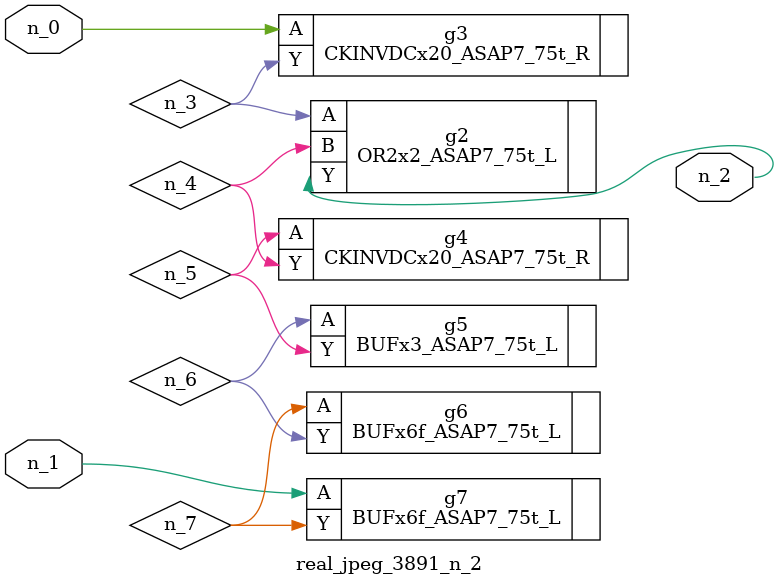
<source format=v>
module real_jpeg_3891_n_2 (n_1, n_0, n_2);

input n_1;
input n_0;

output n_2;

wire n_5;
wire n_4;
wire n_6;
wire n_7;
wire n_3;

CKINVDCx20_ASAP7_75t_R g3 ( 
.A(n_0),
.Y(n_3)
);

BUFx6f_ASAP7_75t_L g7 ( 
.A(n_1),
.Y(n_7)
);

OR2x2_ASAP7_75t_L g2 ( 
.A(n_3),
.B(n_4),
.Y(n_2)
);

CKINVDCx20_ASAP7_75t_R g4 ( 
.A(n_5),
.Y(n_4)
);

BUFx3_ASAP7_75t_L g5 ( 
.A(n_6),
.Y(n_5)
);

BUFx6f_ASAP7_75t_L g6 ( 
.A(n_7),
.Y(n_6)
);


endmodule
</source>
